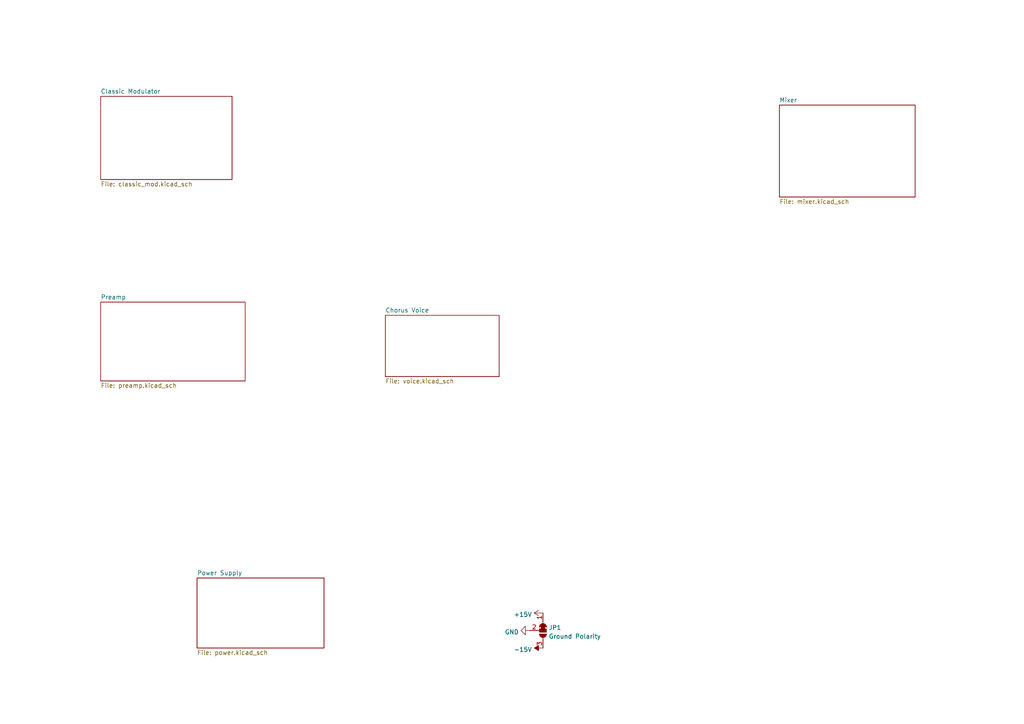
<source format=kicad_sch>
(kicad_sch (version 20211123) (generator eeschema)
  (paper "A4")
  (title_block (title "dz: Chorus Del Sol") (date "2023-04-05") (rev "1") (company "DZ Systems"))
  (lib_symbols
    (symbol "Jumper:SolderJumper_3_Bridged12" (pin_names (offset 0) hide)
      (property "Reference" "JP" (at -2.54 -2.54 0))
      (property "Value" "SolderJumper_3_Bridged12" (at 0 2.794 0))
      (symbol "SolderJumper_3_Bridged12_0_1"
        (rectangle (start -1.016 0.508) (end -0.508 -0.508) (fill (type outline)))
        (arc (start -1.016 1.016) (mid -2.032 0) (end -1.016 -1.016))
        (arc (start -1.016 1.016) (mid -2.032 0) (end -1.016 -1.016) (fill (type outline)))
        (rectangle (start -0.508 1.016) (end 0.508 -1.016) (fill (type outline)))
        (polyline (pts (xy -2.54 0) (xy -2.032 0)))
        (polyline (pts (xy -1.016 1.016) (xy -1.016 -1.016)))
        (polyline (pts (xy 0 -1.27) (xy 0 -1.016)))
        (polyline (pts (xy 1.016 1.016) (xy 1.016 -1.016)))
        (polyline (pts (xy 2.54 0) (xy 2.032 0)))
        (arc (start 1.016 -1.016) (mid 2.032 0) (end 1.016 1.016))
        (arc (start 1.016 -1.016) (mid 2.032 0) (end 1.016 1.016) (fill (type outline)))
      )
      (symbol "SolderJumper_3_Bridged12_1_1"
        (pin passive line (at -5.08 0 0) (length 2.54) (name "A") (number "1"))
        (pin passive line (at 0 -3.81 90) (length 2.54) (name "C") (number "2"))
        (pin passive line (at 5.08 0 180) (length 2.54) (name "B") (number "3"))
      )
    )
    (symbol "power:+15V" (power) (pin_names (offset 0))
      (property "Value" "+15V" (at 0 3.556 0))
      (symbol "+15V_0_1"
        (polyline (pts (xy -0.762 1.27) (xy 0 2.54)))
        (polyline (pts (xy 0 0) (xy 0 2.54)))
        (polyline (pts (xy 0 2.54) (xy 0.762 1.27)))
      )
      (symbol "+15V_1_1"
        (pin power_in line (at 0 0 90) (length 0) hide (name "+15V") (number "1"))
      )
    )
    (symbol "power:-15V" (power) (pin_names (offset 0))
      (property "Value" "-15V" (at 0 3.81 0))
      (symbol "-15V_0_0"
        (pin power_in line (at 0 0 90) (length 0) hide (name "-15V") (number "1"))
      )
      (symbol "-15V_0_1"
        (polyline (pts (xy 0 0) (xy 0 1.27) (xy 0.762 1.27) (xy 0 2.54) (xy -0.762 1.27) (xy 0 1.27)) (fill (type outline)))
      )
    )
    (symbol "power:GND" (power) (pin_names (offset 0))
      (property "Value" "GND" (at 0 -3.81 0))
      (symbol "GND_0_1"
        (polyline (pts (xy 0 0) (xy 0 -1.27) (xy 1.27 -1.27) (xy 0 -2.54) (xy -1.27 -1.27) (xy 0 -1.27)))
      )
      (symbol "GND_1_1"
        (pin power_in line (at 0 0 270) (length 0) hide (name "GND") (number "1"))
      )
    )
  )
  (symbol (lib_id "Jumper:SolderJumper_3_Bridged12") (at 157.48 182.88 270) (unit 1)
    (property "Reference" "JP1" (at 159.131 182.0453 90) (effects (justify left)))
    (property "Value" "Ground Polarity" (at 159.131 184.5822 90) (effects (justify left)))
    (property "Footprint" "Connector_PinHeader_2.54mm:PinHeader_1x03_P2.54mm_Vertical" (effects hide))
  )
  (symbol (lib_id "power:+15V") (at 157.48 177.8 90) (unit 1)
    (property "Reference" "#PWR01" (effects hide))
    (property "Value" "+15V" (at 154.305 178.2338 90) (effects (justify left)))
  )
  (symbol (lib_id "power:GND") (at 153.67 182.88 270) (unit 1)
    (property "Reference" "#PWR02" (effects hide))
    (property "Value" "GND" (at 150.4951 183.3138 90) (effects (justify right)))
  )
  (symbol (lib_id "power:-15V") (at 157.48 187.96 90) (unit 1)
    (property "Reference" "#PWR03" (effects hide))
    (property "Value" "-15V" (at 154.305 188.3938 90) (effects (justify left)))
  )
  (sheet (at 29.21 87.63) (size 41.91 22.86) (stroke (width 0.1524))
    (property "Sheet name" "Preamp" (at 29.21 86.9184 0) (effects (justify left bottom)))
    (property "Sheet file" "preamp.kicad_sch" (at 29.21 111.0746 0) (effects (justify left top)))
  )
  (sheet (at 226.06 30.48) (size 39.37 26.67) (stroke (width 0.1524))
    (property "Sheet name" "Mixer" (at 226.06 29.7684 0) (effects (justify left bottom)))
    (property "Sheet file" "mixer.kicad_sch" (at 226.06 57.7346 0) (effects (justify left top)))
  )
  (sheet (at 57.15 167.64) (size 36.83 20.32) (stroke (width 0.1524))
    (property "Sheet name" "Power Supply" (at 57.15 166.9284 0) (effects (justify left bottom)))
    (property "Sheet file" "power.kicad_sch" (at 57.15 188.5446 0) (effects (justify left top)))
  )
  (sheet (at 111.76 91.44) (size 33.02 17.78) (stroke (width 0.1524))
    (property "Sheet name" "Chorus Voice" (at 111.76 90.7284 0) (effects (justify left bottom)))
    (property "Sheet file" "voice.kicad_sch" (at 111.76 109.8046 0) (effects (justify left top)))
  )
  (sheet (at 29.21 27.94) (size 38.1 24.13) (stroke (width 0.1524))
    (property "Sheet name" "Classic Modulator" (at 29.21 27.2284 0) (effects (justify left bottom)))
    (property "Sheet file" "classic_mod.kicad_sch" (at 29.21 52.6546 0) (effects (justify left top)))
  )
)
</source>
